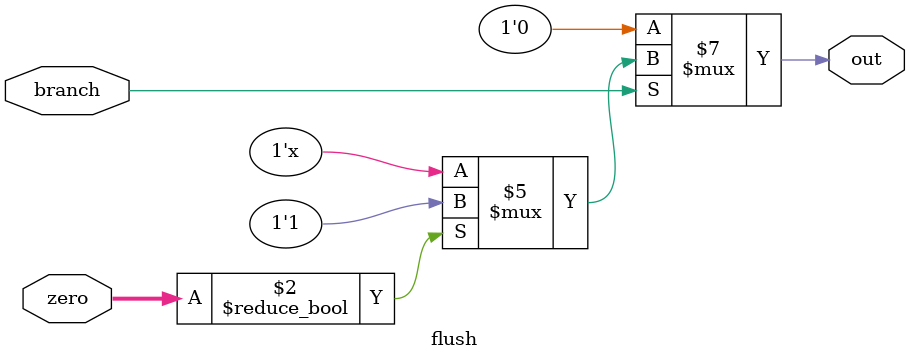
<source format=v>

module flush( branch, zero, out);

	input branch;
	input [1:0] zero;
	output reg out;
	
	initial begin
		out <= 0;
		end

	always @ (*) begin

		if( branch) begin
			if(zero != 00) begin
				out <= 1;
				end
			end
		else begin
				out <= 0;
			 end

	end
endmodule
</source>
